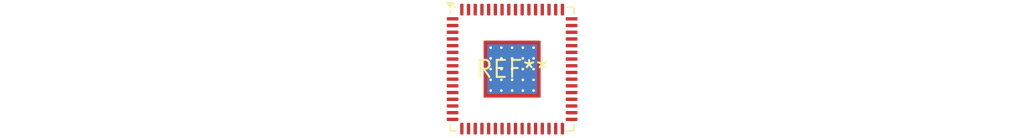
<source format=kicad_pcb>
(kicad_pcb (version 20240108) (generator pcbnew)
  (layers (0 "F.Cu" signal) (31 "B.Cu" signal) (34 "B.Paste" user) (35 "F.Paste" user) (36 "B.SilkS" user "B.Silkscreen") (37 "F.SilkS" user "F.Silkscreen") (38 "B.Mask" user) (39 "F.Mask" user) (44 "Edge.Cuts" user))
  (net 0 "")
  (footprint "Texas_RGC0064B_VQFN-64-1EP_9x9mm_P0.5mm_EP4.25x4.25mm_ThermalVias" (layer "F.Cu") (at 0 0)
    (property "Reference" "REF**")
    (property "Value" "Texas_RGC0064B_VQFN-64-1EP_9x9mm_P0.5mm_EP4.25x4.25mm_ThermalVias")
    (fp_line (start -4.61 -4.135) (end -4.61 -4.37) (layer "F.SilkS") (stroke (width 0.12)))
    (fp_line (start -4.61 4.61) (end -4.61 4.135) (layer "F.SilkS") (stroke (width 0.12)))
    (fp_line (start -4.135 -4.61) (end -4.31 -4.61) (layer "F.SilkS") (stroke (width 0.12)))
    (fp_line (start -4.135 4.61) (end -4.61 4.61) (layer "F.SilkS") (stroke (width 0.12)))
    (fp_line (start 4.135 -4.61) (end 4.61 -4.61) (layer "F.SilkS") (stroke (width 0.12)))
    (fp_line (start 4.135 4.61) (end 4.61 4.61) (layer "F.SilkS") (stroke (width 0.12)))
    (fp_line (start 4.61 -4.61) (end 4.61 -4.135) (layer "F.SilkS") (stroke (width 0.12)))
    (fp_line (start 4.61 4.61) (end 4.61 4.135) (layer "F.SilkS") (stroke (width 0.12)))
    (fp_poly (pts (xy -4.61 -4.61) (xy -4.85 -4.94) (xy -4.37 -4.94) (xy -4.61 -4.61)) (layer "F.SilkS") (stroke (width 0.12)) (fill solid))
    (pad "1" smd roundrect (at -4.4375 -3.75) (size 0.875 0.25) (layers "F.Cu" "F.Paste" "F.Mask"))
    (pad "2" smd roundrect (at -4.4375 -3.25) (size 0.875 0.25) (layers "F.Cu" "F.Paste" "F.Mask"))
    (pad "3" smd roundrect (at -4.4375 -2.75) (size 0.875 0.25) (layers "F.Cu" "F.Paste" "F.Mask"))
    (pad "4" smd roundrect (at -4.4375 -2.25) (size 0.875 0.25) (layers "F.Cu" "F.Paste" "F.Mask"))
    (pad "5" smd roundrect (at -4.4375 -1.75) (size 0.875 0.25) (layers "F.Cu" "F.Paste" "F.Mask"))
    (pad "6" smd roundrect (at -4.4375 -1.25) (size 0.875 0.25) (layers "F.Cu" "F.Paste" "F.Mask"))
    (pad "7" smd roundrect (at -4.4375 -0.75) (size 0.875 0.25) (layers "F.Cu" "F.Paste" "F.Mask"))
    (pad "8" smd roundrect (at -4.4375 -0.25) (size 0.875 0.25) (layers "F.Cu" "F.Paste" "F.Mask"))
    (pad "9" smd roundrect (at -4.4375 0.25) (size 0.875 0.25) (layers "F.Cu" "F.Paste" "F.Mask"))
    (pad "10" smd roundrect (at -4.4375 0.75) (size 0.875 0.25) (layers "F.Cu" "F.Paste" "F.Mask"))
    (pad "11" smd roundrect (at -4.4375 1.25) (size 0.875 0.25) (layers "F.Cu" "F.Paste" "F.Mask"))
    (pad "12" smd roundrect (at -4.4375 1.75) (size 0.875 0.25) (layers "F.Cu" "F.Paste" "F.Mask"))
    (pad "13" smd roundrect (at -4.4375 2.25) (size 0.875 0.25) (layers "F.Cu" "F.Paste" "F.Mask"))
    (pad "14" smd roundrect (at -4.4375 2.75) (size 0.875 0.25) (layers "F.Cu" "F.Paste" "F.Mask"))
    (pad "15" smd roundrect (at -4.4375 3.25) (size 0.875 0.25) (layers "F.Cu" "F.Paste" "F.Mask"))
    (pad "16" smd roundrect (at -4.4375 3.75) (size 0.875 0.25) (layers "F.Cu" "F.Paste" "F.Mask"))
    (pad "17" smd roundrect (at -3.75 4.4375) (size 0.25 0.875) (layers "F.Cu" "F.Paste" "F.Mask"))
    (pad "18" smd roundrect (at -3.25 4.4375) (size 0.25 0.875) (layers "F.Cu" "F.Paste" "F.Mask"))
    (pad "19" smd roundrect (at -2.75 4.4375) (size 0.25 0.875) (layers "F.Cu" "F.Paste" "F.Mask"))
    (pad "20" smd roundrect (at -2.25 4.4375) (size 0.25 0.875) (layers "F.Cu" "F.Paste" "F.Mask"))
    (pad "21" smd roundrect (at -1.75 4.4375) (size 0.25 0.875) (layers "F.Cu" "F.Paste" "F.Mask"))
    (pad "22" smd roundrect (at -1.25 4.4375) (size 0.25 0.875) (layers "F.Cu" "F.Paste" "F.Mask"))
    (pad "23" smd roundrect (at -0.75 4.4375) (size 0.25 0.875) (layers "F.Cu" "F.Paste" "F.Mask"))
    (pad "24" smd roundrect (at -0.25 4.4375) (size 0.25 0.875) (layers "F.Cu" "F.Paste" "F.Mask"))
    (pad "25" smd roundrect (at 0.25 4.4375) (size 0.25 0.875) (layers "F.Cu" "F.Paste" "F.Mask"))
    (pad "26" smd roundrect (at 0.75 4.4375) (size 0.25 0.875) (layers "F.Cu" "F.Paste" "F.Mask"))
    (pad "27" smd roundrect (at 1.25 4.4375) (size 0.25 0.875) (layers "F.Cu" "F.Paste" "F.Mask"))
    (pad "28" smd roundrect (at 1.75 4.4375) (size 0.25 0.875) (layers "F.Cu" "F.Paste" "F.Mask"))
    (pad "29" smd roundrect (at 2.25 4.4375) (size 0.25 0.875) (layers "F.Cu" "F.Paste" "F.Mask"))
    (pad "30" smd roundrect (at 2.75 4.4375) (size 0.25 0.875) (layers "F.Cu" "F.Paste" "F.Mask"))
    (pad "31" smd roundrect (at 3.25 4.4375) (size 0.25 0.875) (layers "F.Cu" "F.Paste" "F.Mask"))
    (pad "32" smd roundrect (at 3.75 4.4375) (size 0.25 0.875) (layers "F.Cu" "F.Paste" "F.Mask"))
    (pad "33" smd roundrect (at 4.4375 3.75) (size 0.875 0.25) (layers "F.Cu" "F.Paste" "F.Mask"))
    (pad "34" smd roundrect (at 4.4375 3.25) (size 0.875 0.25) (layers "F.Cu" "F.Paste" "F.Mask"))
    (pad "35" smd roundrect (at 4.4375 2.75) (size 0.875 0.25) (layers "F.Cu" "F.Paste" "F.Mask"))
    (pad "36" smd roundrect (at 4.4375 2.25) (size 0.875 0.25) (layers "F.Cu" "F.Paste" "F.Mask"))
    (pad "37" smd roundrect (at 4.4375 1.75) (size 0.875 0.25) (layers "F.Cu" "F.Paste" "F.Mask"))
    (pad "38" smd roundrect (at 4.4375 1.25) (size 0.875 0.25) (layers "F.Cu" "F.Paste" "F.Mask"))
    (pad "39" smd roundrect (at 4.4375 0.75) (size 0.875 0.25) (layers "F.Cu" "F.Paste" "F.Mask"))
    (pad "40" smd roundrect (at 4.4375 0.25) (size 0.875 0.25) (layers "F.Cu" "F.Paste" "F.Mask"))
    (pad "41" smd roundrect (at 4.4375 -0.25) (size 0.875 0.25) (layers "F.Cu" "F.Paste" "F.Mask"))
    (pad "42" smd roundrect (at 4.4375 -0.75) (size 0.875 0.25) (layers "F.Cu" "F.Paste" "F.Mask"))
    (pad "43" smd roundrect (at 4.4375 -1.25) (size 0.875 0.25) (layers "F.Cu" "F.Paste" "F.Mask"))
    (pad "44" smd roundrect (at 4.4375 -1.75) (size 0.875 0.25) (layers "F.Cu" "F.Paste" "F.Mask"))
    (pad "45" smd roundrect (at 4.4375 -2.25) (size 0.875 0.25) (layers "F.Cu" "F.Paste" "F.Mask"))
    (pad "46" smd roundrect (at 4.4375 -2.75) (size 0.875 0.25) (layers "F.Cu" "F.Paste" "F.Mask"))
    (pad "47" smd roundrect (at 4.4375 -3.25) (size 0.875 0.25) (layers "F.Cu" "F.Paste" "F.Mask"))
    (pad "48" smd roundrect (at 4.4375 -3.75) (size 0.875 0.25) (layers "F.Cu" "F.Paste" "F.Mask"))
    (pad "49" smd roundrect (at 3.75 -4.4375) (size 0.25 0.875) (layers "F.Cu" "F.Paste" "F.Mask"))
    (pad "50" smd roundrect (at 3.25 -4.4375) (size 0.25 0.875) (layers "F.Cu" "F.Paste" "F.Mask"))
    (pad "51" smd roundrect (at 2.75 -4.4375) (size 0.25 0.875) (layers "F.Cu" "F.Paste" "F.Mask"))
    (pad "52" smd roundrect (at 2.25 -4.4375) (size 0.25 0.875) (layers "F.Cu" "F.Paste" "F.Mask"))
    (pad "53" smd roundrect (at 1.75 -4.4375) (size 0.25 0.875) (layers "F.Cu" "F.Paste" "F.Mask"))
    (pad "54" smd roundrect (at 1.25 -4.4375) (size 0.25 0.875) (layers "F.Cu" "F.Paste" "F.Mask"))
    (pad "55" smd roundrect (at 0.75 -4.4375) (size 0.25 0.875) (layers "F.Cu" "F.Paste" "F.Mask"))
    (pad "56" smd roundrect (at 0.25 -4.4375) (size 0.25 0.875) (layers "F.Cu" "F.Paste" "F.Mask"))
    (pad "57" smd roundrect (at -0.25 -4.4375) (size 0.25 0.875) (layers "F.Cu" "F.Paste" "F.Mask"))
    (pad "58" smd roundrect (at -0.75 -4.4375) (size 0.25 0.875) (layers "F.Cu" "F.Paste" "F.Mask"))
    (pad "59" smd roundrect (at -1.25 -4.4375) (size 0.25 0.875) (layers "F.Cu" "F.Paste" "F.Mask"))
    (pad "60" smd roundrect (at -1.75 -4.4375) (size 0.25 0.875) (layers "F.Cu" "F.Paste" "F.Mask"))
    (pad "61" smd roundrect (at -2.25 -4.4375) (size 0.25 0.875) (layers "F.Cu" "F.Paste" "F.Mask"))
    (pad "62" smd roundrect (at -2.75 -4.4375) (size 0.25 0.875) (layers "F.Cu" "F.Paste" "F.Mask"))
    (pad "63" smd roundrect (at -3.25 -4.4375) (size 0.25 0.875) (layers "F.Cu" "F.Paste" "F.Mask"))
    (pad "64" smd roundrect (at -3.75 -4.4375) (size 0.25 0.875) (layers "F.Cu" "F.Paste" "F.Mask"))
    (pad "65" thru_hole circle (at -1.6 -1.6) (size 0.5 0.5) (drill 0.2) (property pad_prop_heatsink) (layers *.Cu) (remove_unused_layers))
    (pad "65" thru_hole circle (at -1.6 -0.8) (size 0.5 0.5) (drill 0.2) (property pad_prop_heatsink) (layers *.Cu) (remove_unused_layers))
    (pad "65" thru_hole circle (at -1.6 0) (size 0.5 0.5) (drill 0.2) (property pad_prop_heatsink) (layers *.Cu) (remove_unused_layers))
    (pad "65" thru_hole circle (at -1.6 0.8) (size 0.5 0.5) (drill 0.2) (property pad_prop_heatsink) (layers *.Cu) (remove_unused_layers))
    (pad "65" thru_hole circle (at -1.6 1.6) (size 0.5 0.5) (drill 0.2) (property pad_prop_heatsink) (layers *.Cu) (remove_unused_layers))
    (pad "65" thru_hole circle (at -0.8 -1.6) (size 0.5 0.5) (drill 0.2) (property pad_prop_heatsink) (layers *.Cu) (remove_unused_layers))
    (pad "65" thru_hole circle (at -0.8 -0.8) (size 0.5 0.5) (drill 0.2) (property pad_prop_heatsink) (layers *.Cu) (remove_unused_layers))
    (pad "65" thru_hole circle (at -0.8 0) (size 0.5 0.5) (drill 0.2) (property pad_prop_heatsink) (layers *.Cu) (remove_unused_layers))
    (pad "65" thru_hole circle (at -0.8 0.8) (size 0.5 0.5) (drill 0.2) (property pad_prop_heatsink) (layers *.Cu) (remove_unused_layers))
    (pad "65" thru_hole circle (at -0.8 1.6) (size 0.5 0.5) (drill 0.2) (property pad_prop_heatsink) (layers *.Cu) (remove_unused_layers))
    (pad "65" thru_hole circle (at 0 -1.6) (size 0.5 0.5) (drill 0.2) (property pad_prop_heatsink) (layers *.Cu) (remove_unused_layers))
    (pad "65" thru_hole circle (at 0 -0.8) (size 0.5 0.5) (drill 0.2) (property pad_prop_heatsink) (layers *.Cu) (remove_unused_layers))
    (pad "65" thru_hole circle (at 0 0) (size 0.5 0.5) (drill 0.2) (property pad_prop_heatsink) (layers *.Cu) (remove_unused_layers))
    (pad "65" smd rect (at 0 0) (size 3.7 3.7) (property pad_prop_heatsink) (layers "B.Cu"))
    (pad "65" smd rect (at 0 0) (size 4.25 4.25) (property pad_prop_heatsink) (layers "F.Cu" "F.Mask"))
    (pad "65" thru_hole circle (at 0 0.8) (size 0.5 0.5) (drill 0.2) (property pad_prop_heatsink) (layers *.Cu) (remove_unused_layers))
    (pad "65" thru_hole circle (at 0 1.6) (size 0.5 0.5) (drill 0.2) (property pad_prop_heatsink) (layers *.Cu) (remove_unused_layers))
    (pad "65" thru_hole circle (at 0.8 -1.6) (size 0.5 0.5) (drill 0.2) (property pad_prop_heatsink) (layers *.Cu) (remove_unused_layers))
    (pad "65" thru_hole circle (at 0.8 -0.8) (size 0.5 0.5) (drill 0.2) (property pad_prop_heatsink) (layers *.Cu) (remove_unused_layers))
    (pad "65" thru_hole circle (at 0.8 0) (size 0.5 0.5) (drill 0.2) (property pad_prop_heatsink) (layers *.Cu) (remove_unused_layers))
    (pad "65" thru_hole circle (at 0.8 0.8) (size 0.5 0.5) (drill 0.2) (property pad_prop_heatsink) (layers *.Cu) (remove_unused_layers))
    (pad "65" thru_hole circle (at 0.8 1.6) (size 0.5 0.5) (drill 0.2) (property pad_prop_heatsink) (layers *.Cu) (remove_unused_layers))
    (pad "65" thru_hole circle (at 1.6 -1.6) (size 0.5 0.5) (drill 0.2) (property pad_prop_heatsink) (layers *.Cu) (remove_unused_layers))
    (pad "65" thru_hole circle (at 1.6 -0.8) (size 0.5 0.5) (drill 0.2) (property pad_prop_heatsink) (layers *.Cu) (remove_unused_layers))
    (pad "65" thru_hole circle (at 1.6 0) (size 0.5 0.5) (drill 0.2) (property pad_prop_heatsink) (layers *.Cu) (remove_unused_layers))
    (pad "65" thru_hole circle (at 1.6 0.8) (size 0.5 0.5) (drill 0.2) (property pad_prop_heatsink) (layers *.Cu) (remove_unused_layers))
    (pad "65" thru_hole circle (at 1.6 1.6) (size 0.5 0.5) (drill 0.2) (property pad_prop_heatsink) (layers *.Cu) (remove_unused_layers))
  )
)
</source>
